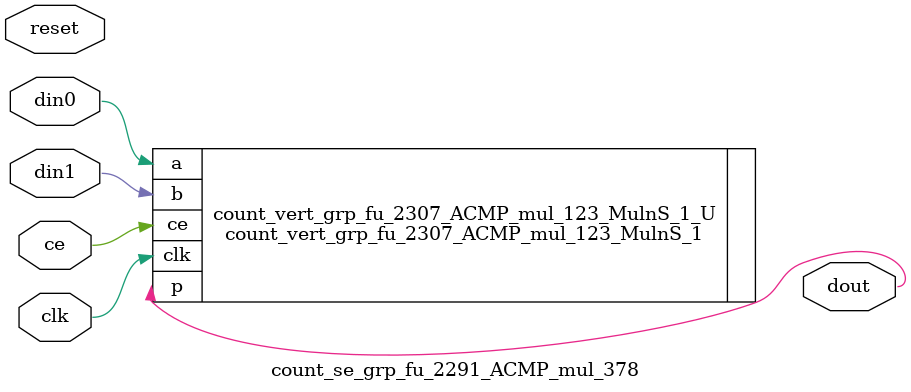
<source format=v>

`timescale 1 ns / 1 ps
module count_se_grp_fu_2291_ACMP_mul_378(
    clk,
    reset,
    ce,
    din0,
    din1,
    dout);

parameter ID = 32'd1;
parameter NUM_STAGE = 32'd1;
parameter din0_WIDTH = 32'd1;
parameter din1_WIDTH = 32'd1;
parameter dout_WIDTH = 32'd1;
input clk;
input reset;
input ce;
input[din0_WIDTH - 1:0] din0;
input[din1_WIDTH - 1:0] din1;
output[dout_WIDTH - 1:0] dout;



count_vert_grp_fu_2307_ACMP_mul_123_MulnS_1 count_vert_grp_fu_2307_ACMP_mul_123_MulnS_1_U(
    .clk( clk ),
    .ce( ce ),
    .a( din0 ),
    .b( din1 ),
    .p( dout ));

endmodule

</source>
